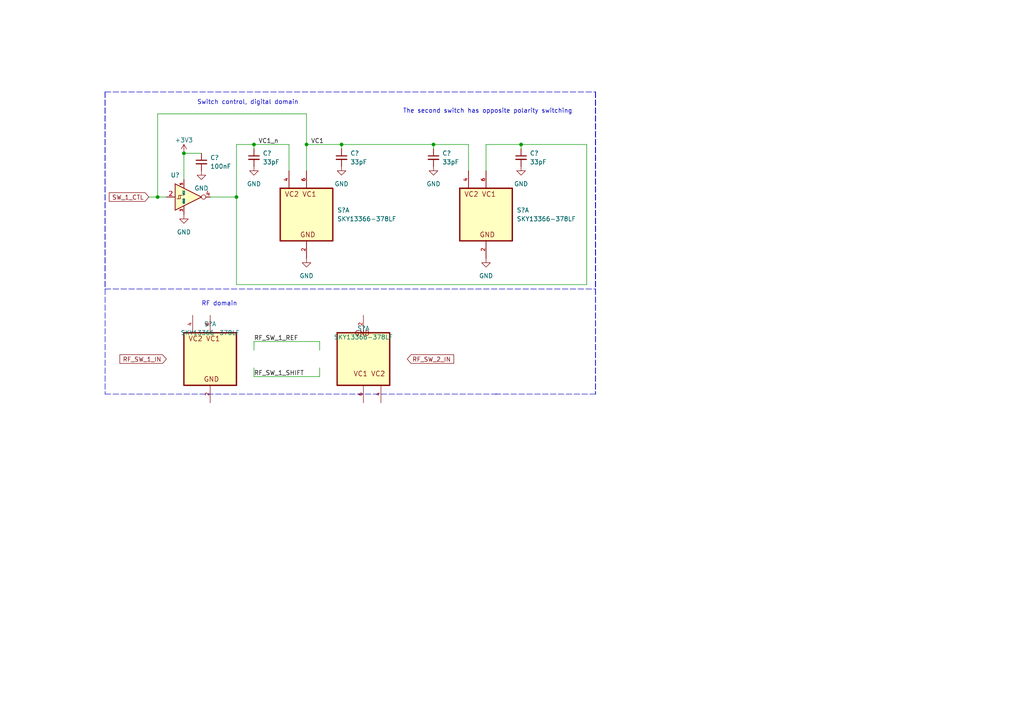
<source format=kicad_sch>
(kicad_sch (version 20211123) (generator eeschema)
  (paper "A4")
  (lib_symbols
    (symbol "74xGxx:SN74LVC1G14DBV"
      (property "Reference" "U" (at -2.54 5.08 0))
      (property "Value" "SN74LVC1G14DBV" (at 10.16 5.08 0))
      (symbol "SN74LVC1G14DBV_0_1"
        (polyline (pts (xy -1.016 0.508) (xy -0.508 0.508)))
        (polyline (pts (xy -2.54 3.81) (xy -2.54 -3.81) (xy 5.08 0) (xy -2.54 3.81)) (stroke (width 0.254)) (fill (type background)))
        (polyline (pts (xy -1.524 -0.508) (xy -1.524 0.508) (xy -1.016 0.508) (xy -1.016 -0.508) (xy -2.032 -0.508)))
        (circle (center 5.715 0) (radius 0.635))
      )
      (symbol "SN74LVC1G14DBV_1_1"
        (pin no_connect line (at 5.08 0 180) (length 2.54) hide (name "NC") (number "1"))
        (pin input line (at -5.08 0 0) (length 2.54) (name "~") (number "2"))
        (pin power_in line (at 0 -5.08 90) (length 2.54) (name "GND") (number "3"))
        (pin output line (at 7.62 0 180) (length 1.27) (name "~") (number "4"))
        (pin power_in line (at 0 5.08 270) (length 2.54) (name "VCC") (number "5"))
      )
    )
    (symbol "Device:C_Small" (pin_numbers hide) (pin_names (offset 0.254) hide)
      (property "Reference" "C" (at 0.254 1.778 0))
      (property "Value" "C_Small" (at 0.254 -2.032 0))
      (symbol "C_Small_0_1"
        (polyline (pts (xy -1.524 -0.508) (xy 1.524 -0.508)) (stroke (width 0.3302)))
        (polyline (pts (xy -1.524 0.508) (xy 1.524 0.508)) (stroke (width 0.3048)))
      )
      (symbol "C_Small_1_1"
        (pin passive line (at 0 2.54 270) (length 2.032) (name "~") (number "1"))
        (pin passive line (at 0 -2.54 90) (length 2.032) (name "~") (number "2"))
      )
    )
    (symbol "SKY13351-378LF:SKY13351-378LF" (pin_names (offset 1.016))
      (property "Reference" "U" (at 0 0 0))
      (property "Value" "SKY13351-378LF" (at 2.54 -12.7 0))
      (symbol "SKY13351-378LF_1_0"
        (rectangle (start -7.62 -7.62) (end 7.62 7.62) (stroke (width 0.4064)) (fill (type background)))
        (text "GND" (at -1.905 -6.6675 0) (effects (font (size 1.4224 1.4224)) (justify left bottom)))
        (text "VC1" (at -1.27 5.08 0) (effects (font (size 1.4224 1.4224)) (justify left bottom)))
        (text "VC2" (at -6.35 5.08 0) (effects (font (size 1.4224 1.4224)) (justify left bottom)))
        (pin power_in line (at 0 -12.7 90) (length 5.08) (name "~") (number "2"))
        (pin input line (at -5.08 12.7 270) (length 5.08) (name "~") (number "4"))
        (pin input line (at 0 12.7 270) (length 5.08) (name "~") (number "6"))
      )
      (symbol "SKY13351-378LF_2_0"
        (circle (center -2.0955 0) (radius 0.5119) (stroke (width 0.254)))
        (polyline (pts (xy -7.62 0) (xy -2.54 0)) (stroke (width 0.1524)))
        (polyline (pts (xy -1.524 0) (xy 2.54 0)) (stroke (width 0.254)))
        (polyline (pts (xy 7.62 -2.54) (xy 2.54 -2.54)) (stroke (width 0.1524)))
        (polyline (pts (xy 7.62 2.54) (xy 2.54 2.54)) (stroke (width 0.1524)))
        (circle (center 1.9685 -2.54) (radius 0.5119) (stroke (width 0.254)))
        (circle (center 1.9685 2.54) (radius 0.5119) (stroke (width 0.254)))
        (text "IN" (at -6.35 0.635 0) (effects (font (size 1.4224 1.4224)) (justify left bottom)))
        (text "RF1" (at 3.175 3.175 0) (effects (font (size 1.4224 1.4224)) (justify left bottom)))
        (text "RF2" (at 3.175 -1.905 0) (effects (font (size 1.4224 1.4224)) (justify left bottom)))
        (pin bidirectional line (at 12.7 2.54 180) (length 5.08) (name "~") (number "1"))
        (pin bidirectional line (at 12.7 -2.54 180) (length 5.08) (name "~") (number "3"))
        (pin bidirectional line (at -12.7 0 0) (length 5.08) (name "~") (number "5"))
      )
    )
    (symbol "power:+3V3" (power) (pin_names (offset 0))
      (property "Value" "+3V3" (at 0 3.556 0))
      (symbol "+3V3_0_1"
        (polyline (pts (xy -0.762 1.27) (xy 0 2.54)))
        (polyline (pts (xy 0 0) (xy 0 2.54)))
        (polyline (pts (xy 0 2.54) (xy 0.762 1.27)))
      )
      (symbol "+3V3_1_1"
        (pin power_in line (at 0 0 90) (length 0) hide (name "+3V3") (number "1"))
      )
    )
    (symbol "power:GND" (power) (pin_names (offset 0))
      (property "Value" "GND" (at 0 -3.81 0))
      (symbol "GND_0_1"
        (polyline (pts (xy 0 0) (xy 0 -1.27) (xy 1.27 -1.27) (xy 0 -2.54) (xy -1.27 -1.27) (xy 0 -1.27)))
      )
      (symbol "GND_1_1"
        (pin power_in line (at 0 0 270) (length 0) hide (name "GND") (number "1"))
      )
    )
  )
  (junction (at 73.66 41.91))
  (junction (at 68.58 57.15))
  (junction (at 125.73 41.91))
  (junction (at 88.9 41.91))
  (junction (at 99.06 41.91))
  (junction (at 151.13 41.91))
  (junction (at 45.72 57.15))
  (junction (at 53.34 44.45))
  (wire (pts (xy 68.58 57.15) (xy 60.96 57.15)))
  (polyline (pts (xy 30.48 26.67) (xy 172.72 26.67)))
  (wire (pts (xy 73.66 41.91) (xy 68.58 41.91)))
  (wire (pts (xy 92.71 109.22) (xy 92.71 106.68)))
  (wire (pts (xy 83.82 41.91) (xy 73.66 41.91)))
  (wire (pts (xy 68.58 41.91) (xy 68.58 57.15)))
  (wire (pts (xy 73.66 101.6) (xy 73.66 99.06)))
  (wire (pts (xy 88.9 41.91) (xy 99.06 41.91)))
  (wire (pts (xy 53.34 44.45) (xy 53.34 52.07)))
  (polyline (pts (xy 172.72 114.3) (xy 143.51 114.3)))
  (wire (pts (xy 135.89 41.91) (xy 125.73 41.91)))
  (wire (pts (xy 151.13 41.91) (xy 151.13 43.18)))
  (polyline (pts (xy 172.72 26.67) (xy 172.72 114.3)))
  (wire (pts (xy 83.82 49.53) (xy 83.82 41.91)))
  (wire (pts (xy 140.97 49.53) (xy 140.97 41.91)))
  (wire (pts (xy 73.66 41.91) (xy 73.66 43.18)))
  (wire (pts (xy 53.34 44.45) (xy 58.42 44.45)))
  (wire (pts (xy 170.18 41.91) (xy 151.13 41.91)))
  (wire (pts (xy 45.72 57.15) (xy 48.26 57.15)))
  (wire (pts (xy 43.18 57.15) (xy 45.72 57.15)))
  (wire (pts (xy 45.72 57.15) (xy 45.72 33.02)))
  (wire (pts (xy 68.58 82.55) (xy 170.18 82.55)))
  (polyline (pts (xy 30.48 26.67) (xy 30.48 83.82)))
  (wire (pts (xy 125.73 41.91) (xy 125.73 43.18)))
  (wire (pts (xy 88.9 33.02) (xy 88.9 41.91)))
  (polyline (pts (xy 172.72 26.67) (xy 172.72 114.3)))
  (wire (pts (xy 68.58 57.15) (xy 68.58 82.55)))
  (wire (pts (xy 170.18 82.55) (xy 170.18 41.91)))
  (wire (pts (xy 45.72 33.02) (xy 88.9 33.02)))
  (polyline (pts (xy 30.48 114.3) (xy 144.78 114.3)))
  (polyline (pts (xy 172.72 26.67) (xy 172.72 83.82)))
  (wire (pts (xy 73.66 99.06) (xy 92.71 99.06)))
  (wire (pts (xy 99.06 41.91) (xy 125.73 41.91)))
  (polyline (pts (xy 30.48 83.82) (xy 172.72 83.82)))
  (polyline (pts (xy 30.48 26.67) (xy 30.48 114.3)))
  (wire (pts (xy 135.89 49.53) (xy 135.89 41.91)))
  (wire (pts (xy 99.06 41.91) (xy 99.06 43.18)))
  (wire (pts (xy 73.66 109.22) (xy 92.71 109.22)))
  (wire (pts (xy 92.71 99.06) (xy 92.71 101.6)))
  (wire (pts (xy 73.66 106.68) (xy 73.66 109.22)))
  (wire (pts (xy 88.9 49.53) (xy 88.9 41.91)))
  (wire (pts (xy 140.97 41.91) (xy 151.13 41.91)))
  (text "Switch control, digital domain" (at 57.15 30.48 0) (effects (font (size 1.27 1.27)) (justify left bottom)))
  (text "RF domain" (at 58.42 88.9 0) (effects (font (size 1.27 1.27)) (justify left bottom)))
  (text "The second switch has opposite polarity switching" (at 116.84 33.02 0) (effects (font (size 1.27 1.27)) (justify left bottom)))
  (label "RF_SW_1_SHIFT" (at 73.66 109.22 0))
  (label "VC1" (at 90.17 41.91 0))
  (label "VC1_n" (at 74.93 41.91 0))
  (label "RF_SW_1_REF" (at 73.66 99.06 0))
  (global_label "RF_SW_2_IN" (shape input) (at 118.11 104.14 0) (property "Intersheet References" "${INTERSHEET_REFS}" (effects hide)))
  (global_label "RF_SW_1_IN" (shape input) (at 48.26 104.14 180) (property "Intersheet References" "${INTERSHEET_REFS}" (effects hide)))
  (global_label "SW_1_CTL" (shape input) (at 43.18 57.15 180) (property "Intersheet References" "${INTERSHEET_REFS}" (effects hide)))
  (symbol (lib_id "power:GND") (at 73.66 48.26 0)
    (property "Reference" "#PWR?" (effects hide))
    (property "Value" "GND" (at 73.66 53.34 0))
  )
  (symbol (lib_id "power:GND") (at 88.9 74.93 0)
    (property "Reference" "#PWR?" (effects hide))
    (property "Value" "GND" (at 88.9 80.01 0))
  )
  (symbol (lib_id "Device:C_Small") (at 99.06 45.72 0)
    (property "Reference" "C?" (at 101.6 44.4562 0) (effects (justify left)))
    (property "Value" "33pF" (at 101.6 46.9962 0) (effects (justify left)))
    (property "Footprint" "Capacitor_SMD:C_0402_1005Metric" (effects hide))
  )
  (symbol (lib_id "SKY13351-378LF:SKY13351-378LF") (at 105.41 104.14 180)
    (property "Reference" "S?" (at 105.41 95.25 0))
    (property "Value" "SKY13366-378LF" (at 105.41 97.79 0))
    (property "Footprint" "SKY13351-378LF:QFN6-LF" (effects hide))
    (property "MF" "Skyworks Solutions" (effects hide))
    (property "Description" "\nRF Switch IC 802.11/WiFi, WLAN SPDT 6 GHz 50Ohm 6-MLPD (1x1)\n" (effects hide))
    (property "Package" "XFDFN-6 Skyworks Solutions" (effects hide))
    (property "Price" "None" (effects hide))
    (property "SnapEDA_Link" "https://www.snapeda.com/parts/SKY13351-378LF/Skyworks+Solutions+Inc./view-part/?ref=snap" (effects hide))
    (property "MP" "SKY13351-378LF" (effects hide))
    (property "Purchase-URL" "https://www.snapeda.com/api/url_track_click_mouser/?unipart_id=549170&manufacturer=Skyworks Solutions&part_name=SKY13351-378LF&search_term=None" (effects hide))
    (property "Availability" "In Stock" (effects hide))
    (property "Check_prices" "https://www.snapeda.com/parts/SKY13351-378LF/Skyworks+Solutions+Inc./view-part/?ref=eda" (effects hide))
  )
  (symbol (lib_id "Device:C_Small") (at 73.66 45.72 0)
    (property "Reference" "C?" (at 76.2 44.4562 0) (effects (justify left)))
    (property "Value" "33pF" (at 76.2 46.9962 0) (effects (justify left)))
    (property "Footprint" "Capacitor_SMD:C_0402_1005Metric" (effects hide))
  )
  (symbol (lib_id "SKY13351-378LF:SKY13351-378LF") (at 140.97 62.23 0)
    (property "Reference" "S?" (at 149.86 60.9599 0) (effects (justify left)))
    (property "Value" "SKY13366-378LF" (at 149.86 63.4999 0) (effects (justify left)))
    (property "Footprint" "SKY13351-378LF:QFN6-LF" (effects hide))
    (property "MF" "Skyworks Solutions" (effects hide))
    (property "Description" "\nRF Switch IC 802.11/WiFi, WLAN SPDT 6 GHz 50Ohm 6-MLPD (1x1)\n" (effects hide))
    (property "Package" "XFDFN-6 Skyworks Solutions" (effects hide))
    (property "Price" "None" (effects hide))
    (property "SnapEDA_Link" "https://www.snapeda.com/parts/SKY13351-378LF/Skyworks+Solutions+Inc./view-part/?ref=snap" (effects hide))
    (property "MP" "SKY13351-378LF" (effects hide))
    (property "Purchase-URL" "https://www.snapeda.com/api/url_track_click_mouser/?unipart_id=549170&manufacturer=Skyworks Solutions&part_name=SKY13351-378LF&search_term=None" (effects hide))
    (property "Availability" "In Stock" (effects hide))
    (property "Check_prices" "https://www.snapeda.com/parts/SKY13351-378LF/Skyworks+Solutions+Inc./view-part/?ref=eda" (effects hide))
  )
  (symbol (lib_id "power:GND") (at 125.73 48.26 0)
    (property "Reference" "#PWR?" (effects hide))
    (property "Value" "GND" (at 125.73 53.34 0))
  )
  (symbol (lib_id "Device:C_Small") (at 58.42 46.99 0)
    (property "Reference" "C?" (at 60.96 45.7262 0) (effects (justify left)))
    (property "Value" "100nF" (at 60.96 48.2662 0) (effects (justify left)))
    (property "Footprint" "Capacitor_SMD:C_0402_1005Metric" (effects hide))
  )
  (symbol (lib_id "SKY13351-378LF:SKY13351-378LF") (at 88.9 62.23 0)
    (property "Reference" "S?" (at 97.79 60.9599 0) (effects (justify left)))
    (property "Value" "SKY13366-378LF" (at 97.79 63.4999 0) (effects (justify left)))
    (property "Footprint" "SKY13351-378LF:QFN6-LF" (effects hide))
    (property "MF" "Skyworks Solutions" (effects hide))
    (property "Description" "\nRF Switch IC 802.11/WiFi, WLAN SPDT 6 GHz 50Ohm 6-MLPD (1x1)\n" (effects hide))
    (property "Package" "XFDFN-6 Skyworks Solutions" (effects hide))
    (property "Price" "None" (effects hide))
    (property "SnapEDA_Link" "https://www.snapeda.com/parts/SKY13351-378LF/Skyworks+Solutions+Inc./view-part/?ref=snap" (effects hide))
    (property "MP" "SKY13351-378LF" (effects hide))
    (property "Purchase-URL" "https://www.snapeda.com/api/url_track_click_mouser/?unipart_id=549170&manufacturer=Skyworks Solutions&part_name=SKY13351-378LF&search_term=None" (effects hide))
    (property "Availability" "In Stock" (effects hide))
    (property "Check_prices" "https://www.snapeda.com/parts/SKY13351-378LF/Skyworks+Solutions+Inc./view-part/?ref=eda" (effects hide))
  )
  (symbol (lib_id "power:GND") (at 151.13 48.26 0)
    (property "Reference" "#PWR?" (effects hide))
    (property "Value" "GND" (at 151.13 53.34 0))
  )
  (symbol (lib_id "Device:C_Small") (at 125.73 45.72 0)
    (property "Reference" "C?" (at 128.27 44.4562 0) (effects (justify left)))
    (property "Value" "33pF" (at 128.27 46.9962 0) (effects (justify left)))
    (property "Footprint" "Capacitor_SMD:C_0402_1005Metric" (effects hide))
  )
  (symbol (lib_id "power:GND") (at 140.97 74.93 0)
    (property "Reference" "#PWR?" (effects hide))
    (property "Value" "GND" (at 140.97 80.01 0))
  )
  (symbol (lib_id "SKY13351-378LF:SKY13351-378LF") (at 60.96 104.14 0)
    (property "Reference" "S?" (at 60.96 93.98 0))
    (property "Value" "SKY13366-378LF" (at 60.96 96.52 0))
    (property "Footprint" "SKY13351-378LF:QFN6-LF" (effects hide))
    (property "MF" "Skyworks Solutions" (effects hide))
    (property "Description" "\nRF Switch IC 802.11/WiFi, WLAN SPDT 6 GHz 50Ohm 6-MLPD (1x1)\n" (effects hide))
    (property "Package" "XFDFN-6 Skyworks Solutions" (effects hide))
    (property "Price" "None" (effects hide))
    (property "SnapEDA_Link" "https://www.snapeda.com/parts/SKY13351-378LF/Skyworks+Solutions+Inc./view-part/?ref=snap" (effects hide))
    (property "MP" "SKY13351-378LF" (effects hide))
    (property "Purchase-URL" "https://www.snapeda.com/api/url_track_click_mouser/?unipart_id=549170&manufacturer=Skyworks Solutions&part_name=SKY13351-378LF&search_term=None" (effects hide))
    (property "Availability" "In Stock" (effects hide))
    (property "Check_prices" "https://www.snapeda.com/parts/SKY13351-378LF/Skyworks+Solutions+Inc./view-part/?ref=eda" (effects hide))
  )
  (symbol (lib_id "power:GND") (at 53.34 62.23 0)
    (property "Reference" "#PWR?" (effects hide))
    (property "Value" "GND" (at 53.34 67.31 0))
  )
  (symbol (lib_id "Device:C_Small") (at 151.13 45.72 0)
    (property "Reference" "C?" (at 153.67 44.4562 0) (effects (justify left)))
    (property "Value" "33pF" (at 153.67 46.9962 0) (effects (justify left)))
    (property "Footprint" "Capacitor_SMD:C_0402_1005Metric" (effects hide))
  )
  (symbol (lib_id "power:GND") (at 58.42 49.53 0)
    (property "Reference" "#PWR?" (effects hide))
    (property "Value" "GND" (at 58.42 54.61 0))
  )
  (symbol (lib_id "power:GND") (at 99.06 48.26 0)
    (property "Reference" "#PWR?" (effects hide))
    (property "Value" "GND" (at 99.06 53.34 0))
  )
  (symbol (lib_id "74xGxx:SN74LVC1G14DBV") (at 53.34 57.15 0)
    (property "Reference" "U?" (at 50.8 50.8 0))
    (property "Value" "SN74AUP1T04DCKR" (effects hide))
    (property "Footprint" "SamacSys_Parts:SOT65P210X110-5N" (effects hide))
    (property "Datasheet" "http://www.ti.com/lit/ds/symlink/sn74lvc1g14.pdf" (effects hide))
  )
  (symbol (lib_id "power:+3V3") (at 53.34 44.45 0)
    (property "Reference" "#PWR?" (effects hide))
    (property "Value" "+3V3" (at 53.34 40.64 0))
  )
)
</source>
